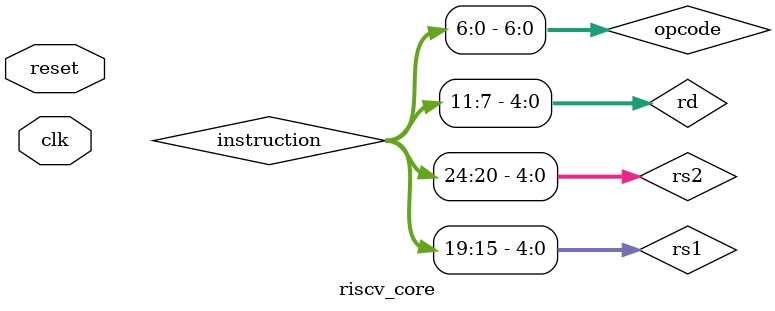
<source format=v>
`timescale 1ns / 1ps

module riscv_core (
    input wire clk,     // Clock
    input wire reset    // Reset
);

    // DECLARAÇÃO DE SINAIS INTERNOS
    // Estágio IF (Instruction Fetch)
    reg [31:0] PC;                      // Program Counter
    wire [31:0] PC_plus_4;              // PC + 4
    wire [31:0] PC_plus_imm;            // PC + immediate (para branch)
    wire [31:0] instruction;            // Instrução atual
    
    // Estágio ID (Instruction Decode)
    wire [6:0] opcode;                  // Bits [6:0] da instrução
    wire [4:0] rs1, rs2, rd;            // Campos dos registradores
    wire [2:0] funct3;                  // Bits [14:12]
    wire [6:0] funct7;                  // Bits [31:25]
    wire [31:0] imm_ext;                // Imediato estendido
    wire [31:0] read_data_1;            // Dado lido do registrador rs1
    wire [31:0] read_data_2;            // Dado lido do registrador rs2
    
    // Estágio EX (Execute)
    wire [31:0] alu_src_b;              // Segundo operando da ALU (MUX)
    wire [31:0] alu_result;             // Resultado da ALU
    wire alu_zero;                      // Flag zero da ALU
    wire [3:0] alu_control;             // Controle da ALU
    
    // Estágio MEM (Memory)
    wire [31:0] read_mem_data;          // Dado lido da memória
    
    // Estágio WB (Write Back)
    wire [31:0] write_back_data;        // Dado para writeback (MUX)
    
    // Sinais de Controle
    wire reg_write;            // Habilita escrita no registrador
    wire alu_src;              // ALU source
    wire mem_write;            // Habilita escrita na memória
    wire mem_to_reg;           // Habilita leitura da memória
    wire branch;               // Habilita branch
    wire branch_neq;          // Habilita branch não igual
    wire [1:0] alu_op;        // Operação da ALU
    wire PCSrc;               // Controle do MUX do PC

    // ATRIBUIÇÕES BÁSICAS
    assign opcode = instruction[6:0];          // Opcode da instrução
    assign rs1 = instruction[19:15];           // Registrador fonte 1
    assign rs2 = instruction[24:20];           // Registrador fonte 2
    assign rd = instruction[11:7];             // Registrador destino
    assign funct3 = instruction[14:12];       // Funct3
    assign funct7 = instruction[31:25];       // Funct7

    assign PC_plus_4 = PC + 4;                  // PC + 4
    assign PCSrc = (branch & alu_zero) | (branch_neq & ~alu_zero);   // Controle do MUX do PC

    // INSTANCIAÇÃO DOS MÓDULOS

    // Memória de Instruções (ROM)
    instruction_memory imem (
        .address(PC),                // Endereço da instrução
        .instruction(instruction)    // Saída da instrução
    );

    // Banco de Registradores
    register_file reg_file (
        .clk(clk),                    // Clock
        .reset(reset),                  // Reset
        .write_enable(reg_write),     // Habilita escrita
        .read_reg1(rs1),              // Registrador fonte 1
        .read_reg2(rs2),              // Registrador fonte 2
        .write_reg(rd),                // Registrador destino
        .write_data(write_back_data), // Dado a ser escrito
        .read_data1(read_data_1),     // Dado lido do registrador fonte 1
        .read_data2(read_data_2)      // Dado lido do registrador fonte 2
    );

    // Extensor de Imediato
    sign_extend sign_extend (
        .instruction(instruction),    // Instrução a ser estendida
        .imm_ext(imm_ext)             // Imediato estendido
    );

    // MUX para o operando B da ALU
    assign alu_src_b = alu_src ? imm_ext : read_data_2;    // Se alu_src for 1, usa imm_ext, senão usa read_data_2

    // Unidade de Controle Principal
    control_unit ctrl_unit (
        .opcode(opcode),           // Opcode da instrução
        .funct3(funct3),           // Funct3
        .funct7(funct7),           // Funct7
        .reg_write(reg_write),     // Habilita escrita
        .alu_src(alu_src),         // ALU source
        .mem_write(mem_write),     // Habilita escrita na memória
        .mem_to_reg(mem_to_reg),   // Habilita leitura da memória
        .branch(branch),           // Habilita branch
        .branch_neq(branch_neq),   // Habilita branch não igual
        .alu_op(alu_op)            // ALU operation
    );

    // Unidade de Controle da ALU
    alu_control_unit alu_ctrl (
        .alu_op(alu_op),         // ALU operation
        .funct3(funct3),         // Funct3
        .funct7(funct7),         // Funct7
        .alu_control(alu_control) // Controle da ALU
    );

    // ALU
    alu main_alu (
        .a(read_data_1),           // Operando A
        .b(alu_src_b),             // Operando B
        .alu_control(alu_control), // Controle da ALU
        .result(alu_result),       // Resultado da ALU
        .zero(alu_zero)           // Sinal de zero
    );

    // Cálculo do endereço de desvio
    assign PC_plus_imm = PC + imm_ext;     // PC + Imediato estendido

    // Memória de Dados
    data_memory dmem (
        .clk(clk),                    // Clock
        .mem_write(mem_write),       // Habilita escrita na memória
        .address(alu_result),        // Endereço da memória
        .write_data(read_data_2),   // Dado a ser escrito
        .read_data(read_mem_data)    // Dado lido da memória
    );

    // MUX para Write Back
    assign write_back_data = mem_to_reg ? read_mem_data : alu_result;   // Dados a serem escritos

    // LÓGICA DO PROGRAM COUNTER
    always @(posedge clk or posedge reset) begin
        if (reset) begin     // Reset do PC
            PC <= 32'b0;     // PC = 0
        end else begin       // Se não estiver em reset
            if (PCSrc) begin // Se o PCSrc for ativado
                PC <= PC_plus_imm;  // Desvio taken
            end else begin   // Se o PCSrc não for ativado
                PC <= PC_plus_4;    // Próxima instrução
            end
        end
    end

endmodule
</source>
